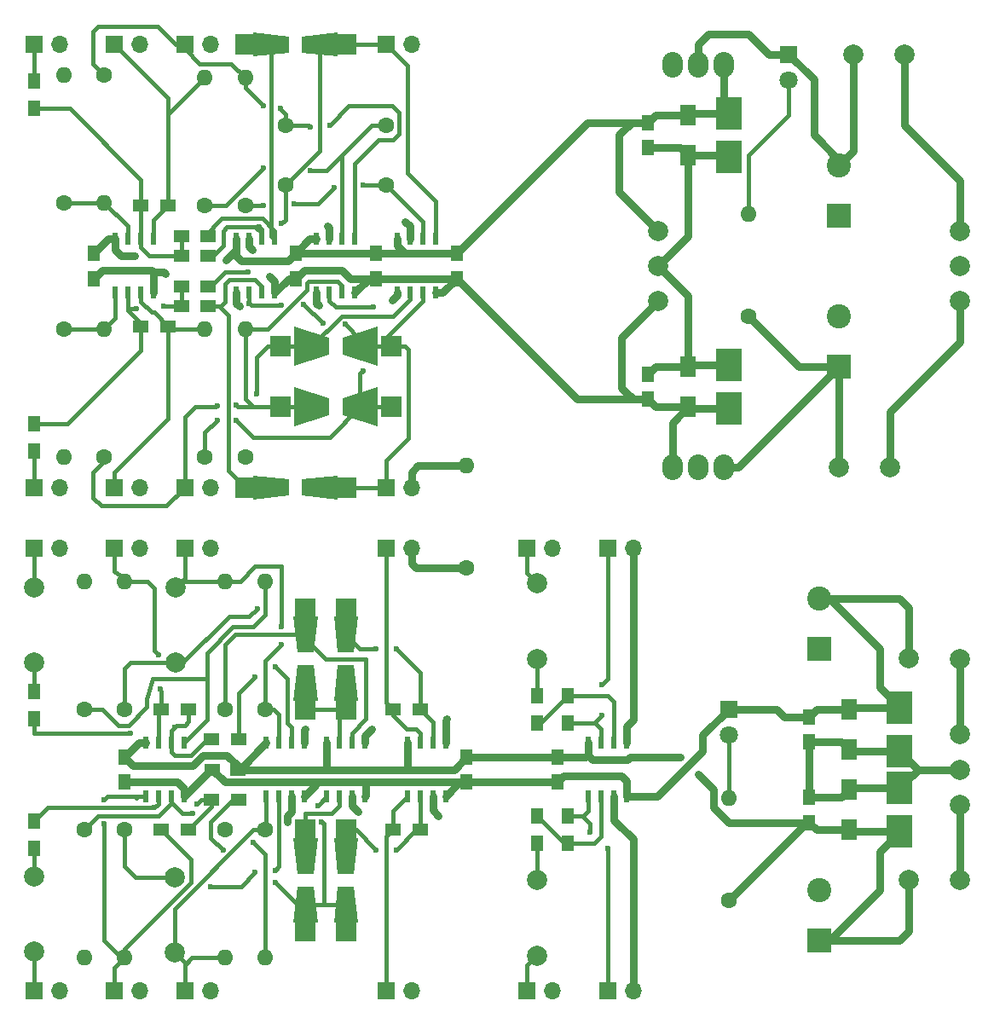
<source format=gtl>
G04 #@! TF.FileFunction,Copper,L1,Top,Signal*
%FSLAX46Y46*%
G04 Gerber Fmt 4.6, Leading zero omitted, Abs format (unit mm)*
G04 Created by KiCad (PCBNEW 4.0.7) date 03/05/18 22:52:48*
%MOMM*%
%LPD*%
G01*
G04 APERTURE LIST*
%ADD10C,0.100000*%
%ADD11R,0.508000X1.143000*%
%ADD12R,2.400000X2.400000*%
%ADD13C,2.400000*%
%ADD14R,2.500000X3.200000*%
%ADD15R,1.250000X1.500000*%
%ADD16R,1.600000X2.000000*%
%ADD17C,1.600000*%
%ADD18R,1.998980X1.998980*%
%ADD19R,1.700000X1.700000*%
%ADD20O,1.700000X1.700000*%
%ADD21C,1.998980*%
%ADD22O,1.600000X1.600000*%
%ADD23R,1.300000X1.500000*%
%ADD24R,1.500000X1.300000*%
%ADD25C,2.000000*%
%ADD26R,1.800000X1.800000*%
%ADD27C,1.800000*%
%ADD28R,1.500000X1.250000*%
%ADD29O,2.032000X2.540000*%
%ADD30C,0.600000*%
%ADD31C,0.800000*%
%ADD32C,0.400000*%
G04 APERTURE END LIST*
D10*
D11*
X123905000Y-123167000D03*
X123905000Y-117833000D03*
X122635000Y-123167000D03*
X121365000Y-123167000D03*
X120095000Y-123167000D03*
X122635000Y-117833000D03*
X121365000Y-117833000D03*
X120095000Y-117833000D03*
D12*
X178000000Y-187500000D03*
D13*
X178000000Y-182500000D03*
D12*
X178000000Y-158500000D03*
D13*
X178000000Y-153500000D03*
D14*
X186000000Y-176650000D03*
X186000000Y-172350000D03*
X186000000Y-168650000D03*
X186000000Y-164350000D03*
D15*
X177000000Y-175750000D03*
X177000000Y-173250000D03*
X177000000Y-167750000D03*
X177000000Y-165250000D03*
D16*
X181000000Y-176500000D03*
X181000000Y-172500000D03*
X181000000Y-168500000D03*
X181000000Y-164500000D03*
D17*
X125000000Y-106500000D03*
X135000000Y-106500000D03*
D10*
G36*
X125836940Y-136449450D02*
X125836940Y-132550550D01*
X129337060Y-133650370D01*
X129337060Y-135349630D01*
X125836940Y-136449450D01*
X125836940Y-136449450D01*
G37*
G36*
X134163060Y-132550550D02*
X134163060Y-136449450D01*
X130662940Y-135349630D01*
X130662940Y-133650370D01*
X134163060Y-132550550D01*
X134163060Y-132550550D01*
G37*
D18*
X124498360Y-134500000D03*
X135501640Y-134500000D03*
D17*
X125000000Y-112500000D03*
X135000000Y-112500000D03*
D10*
G36*
X134163060Y-126550550D02*
X134163060Y-130449450D01*
X130662940Y-129349630D01*
X130662940Y-127650370D01*
X134163060Y-126550550D01*
X134163060Y-126550550D01*
G37*
G36*
X125836940Y-130449450D02*
X125836940Y-126550550D01*
X129337060Y-127650370D01*
X129337060Y-129349630D01*
X125836940Y-130449450D01*
X125836940Y-130449450D01*
G37*
D18*
X135501640Y-128500000D03*
X124498360Y-128500000D03*
D19*
X100000000Y-192500000D03*
D20*
X102540000Y-192500000D03*
D19*
X100000000Y-148500000D03*
D20*
X102540000Y-148500000D03*
D19*
X108000000Y-192500000D03*
D20*
X110540000Y-192500000D03*
D19*
X108000000Y-148500000D03*
D20*
X110540000Y-148500000D03*
D21*
X192000000Y-170500000D03*
X192000000Y-174000120D03*
X192000000Y-166999880D03*
D19*
X115000000Y-192500000D03*
D20*
X117540000Y-192500000D03*
D19*
X115000000Y-148500000D03*
D20*
X117540000Y-148500000D03*
D19*
X135000000Y-192500000D03*
D20*
X137540000Y-192500000D03*
D19*
X135000000Y-148500000D03*
D20*
X137540000Y-148500000D03*
D19*
X100000000Y-98500000D03*
D20*
X102540000Y-98500000D03*
D19*
X100000000Y-142500000D03*
D20*
X102540000Y-142500000D03*
D19*
X108000000Y-98500000D03*
D20*
X110540000Y-98500000D03*
D19*
X108000000Y-142500000D03*
D20*
X110540000Y-142500000D03*
D19*
X115000000Y-98500000D03*
D20*
X117540000Y-98500000D03*
D19*
X115000000Y-142500000D03*
D20*
X117540000Y-142500000D03*
D19*
X135000000Y-98500000D03*
D20*
X137540000Y-98500000D03*
D19*
X135000000Y-142500000D03*
D20*
X137540000Y-142500000D03*
D17*
X105000000Y-176500000D03*
D22*
X105000000Y-189200000D03*
D23*
X100000000Y-175650000D03*
X100000000Y-178350000D03*
D17*
X105000000Y-164500000D03*
D22*
X105000000Y-151800000D03*
D23*
X100000000Y-165450000D03*
X100000000Y-162750000D03*
D17*
X123000000Y-176500000D03*
D22*
X123000000Y-189200000D03*
D24*
X112650000Y-176500000D03*
X115350000Y-176500000D03*
X120350000Y-173500000D03*
X117650000Y-173500000D03*
D17*
X123000000Y-164500000D03*
D22*
X123000000Y-151800000D03*
D24*
X112650000Y-164500000D03*
X115350000Y-164500000D03*
X120350000Y-167500000D03*
X117650000Y-167500000D03*
D17*
X109000000Y-176500000D03*
D22*
X109000000Y-189200000D03*
D17*
X109000000Y-164500000D03*
D22*
X109000000Y-151800000D03*
D17*
X119000000Y-176500000D03*
D22*
X119000000Y-189200000D03*
D17*
X119000000Y-164500000D03*
D22*
X119000000Y-151800000D03*
D10*
G36*
X129801120Y-177336940D02*
X132198880Y-177336940D01*
X131800100Y-180837060D01*
X130199900Y-180837060D01*
X129801120Y-177336940D01*
X129801120Y-177336940D01*
G37*
G36*
X132198880Y-185663060D02*
X129801120Y-185663060D01*
X130199900Y-182162940D01*
X131800100Y-182162940D01*
X132198880Y-185663060D01*
X132198880Y-185663060D01*
G37*
D18*
X131000000Y-176498740D03*
X131000000Y-186501260D03*
D10*
G36*
X129801120Y-155336940D02*
X132198880Y-155336940D01*
X131800100Y-158837060D01*
X130199900Y-158837060D01*
X129801120Y-155336940D01*
X129801120Y-155336940D01*
G37*
G36*
X132198880Y-163663060D02*
X129801120Y-163663060D01*
X130199900Y-160162940D01*
X131800100Y-160162940D01*
X132198880Y-163663060D01*
X132198880Y-163663060D01*
G37*
D18*
X131000000Y-154498740D03*
X131000000Y-164501260D03*
D24*
X135650000Y-176500000D03*
X138350000Y-176500000D03*
X135650000Y-164500000D03*
X138350000Y-164500000D03*
D17*
X103000000Y-114200000D03*
D22*
X103000000Y-101500000D03*
D23*
X100000000Y-104850000D03*
X100000000Y-102150000D03*
D17*
X103000000Y-126800000D03*
D22*
X103000000Y-139500000D03*
D23*
X100000000Y-136150000D03*
X100000000Y-138850000D03*
D17*
X107000000Y-101500000D03*
D22*
X107000000Y-114200000D03*
D24*
X113350000Y-114500000D03*
X110650000Y-114500000D03*
X117350000Y-119500000D03*
X114650000Y-119500000D03*
D17*
X107000000Y-139500000D03*
D22*
X107000000Y-126800000D03*
D24*
X113350000Y-126500000D03*
X110650000Y-126500000D03*
X117350000Y-122500000D03*
X114650000Y-122500000D03*
X117350000Y-117500000D03*
X114650000Y-117500000D03*
X117350000Y-124500000D03*
X114650000Y-124500000D03*
D17*
X117000000Y-114500000D03*
D22*
X117000000Y-101800000D03*
D17*
X117000000Y-139500000D03*
D22*
X117000000Y-126800000D03*
D10*
G36*
X130163060Y-97301120D02*
X130163060Y-99698880D01*
X126662940Y-99300100D01*
X126662940Y-97699900D01*
X130163060Y-97301120D01*
X130163060Y-97301120D01*
G37*
G36*
X121836940Y-99698880D02*
X121836940Y-97301120D01*
X125337060Y-97699900D01*
X125337060Y-99300100D01*
X121836940Y-99698880D01*
X121836940Y-99698880D01*
G37*
D18*
X131001260Y-98500000D03*
X120998740Y-98500000D03*
D10*
G36*
X130163060Y-141301120D02*
X130163060Y-143698880D01*
X126662940Y-143300100D01*
X126662940Y-141699900D01*
X130163060Y-141301120D01*
X130163060Y-141301120D01*
G37*
G36*
X121836940Y-143698880D02*
X121836940Y-141301120D01*
X125337060Y-141699900D01*
X125337060Y-143300100D01*
X121836940Y-143698880D01*
X121836940Y-143698880D01*
G37*
D18*
X131001260Y-142500000D03*
X120998740Y-142500000D03*
D17*
X121000000Y-114500000D03*
D22*
X121000000Y-101800000D03*
D17*
X121000000Y-139500000D03*
D22*
X121000000Y-126800000D03*
D11*
X111095000Y-167833000D03*
X111095000Y-173167000D03*
X112365000Y-167833000D03*
X113635000Y-167833000D03*
X114905000Y-167833000D03*
X112365000Y-173167000D03*
X113635000Y-173167000D03*
X114905000Y-173167000D03*
X123095000Y-167833000D03*
X123095000Y-173167000D03*
X124365000Y-167833000D03*
X125635000Y-167833000D03*
X126905000Y-167833000D03*
X124365000Y-173167000D03*
X125635000Y-173167000D03*
X126905000Y-173167000D03*
X129095000Y-167833000D03*
X129095000Y-173167000D03*
X130365000Y-167833000D03*
X131635000Y-167833000D03*
X132905000Y-167833000D03*
X130365000Y-173167000D03*
X131635000Y-173167000D03*
X132905000Y-173167000D03*
X137095000Y-167833000D03*
X137095000Y-173167000D03*
X138365000Y-167833000D03*
X139635000Y-167833000D03*
X140905000Y-167833000D03*
X138365000Y-173167000D03*
X139635000Y-173167000D03*
X140905000Y-173167000D03*
X111905000Y-123167000D03*
X111905000Y-117833000D03*
X110635000Y-123167000D03*
X109365000Y-123167000D03*
X108095000Y-123167000D03*
X110635000Y-117833000D03*
X109365000Y-117833000D03*
X108095000Y-117833000D03*
X131905000Y-123167000D03*
X131905000Y-117833000D03*
X130635000Y-123167000D03*
X129365000Y-123167000D03*
X128095000Y-123167000D03*
X130635000Y-117833000D03*
X129365000Y-117833000D03*
X128095000Y-117833000D03*
X139905000Y-123167000D03*
X139905000Y-117833000D03*
X138635000Y-123167000D03*
X137365000Y-123167000D03*
X136095000Y-123167000D03*
X138635000Y-117833000D03*
X137365000Y-117833000D03*
X136095000Y-117833000D03*
D12*
X180000000Y-130500000D03*
D13*
X180000000Y-125500000D03*
D12*
X180000000Y-115500000D03*
D13*
X180000000Y-110500000D03*
D14*
X169000000Y-134650000D03*
X169000000Y-130350000D03*
X169000000Y-109650000D03*
X169000000Y-105350000D03*
D15*
X161000000Y-133750000D03*
X161000000Y-131250000D03*
X161000000Y-108750000D03*
X161000000Y-106250000D03*
D16*
X165000000Y-134500000D03*
X165000000Y-130500000D03*
X165000000Y-109500000D03*
X165000000Y-105500000D03*
D21*
X192000000Y-120500000D03*
X192000000Y-124000120D03*
X192000000Y-116999880D03*
D25*
X185000000Y-140500000D03*
X179920000Y-140490000D03*
X186500000Y-99500000D03*
X181420000Y-99490000D03*
D26*
X175000000Y-99500000D03*
D27*
X175000000Y-102040000D03*
D17*
X171000000Y-125500000D03*
D22*
X171000000Y-115340000D03*
D15*
X152000000Y-169250000D03*
X152000000Y-171750000D03*
D28*
X120250000Y-170500000D03*
X117750000Y-170500000D03*
D15*
X109000000Y-169250000D03*
X109000000Y-171750000D03*
X143000000Y-169250000D03*
X143000000Y-171750000D03*
X126000000Y-121750000D03*
X126000000Y-119250000D03*
X142000000Y-121750000D03*
X142000000Y-119250000D03*
X134000000Y-121750000D03*
X134000000Y-119250000D03*
X106000000Y-121750000D03*
X106000000Y-119250000D03*
D25*
X100000000Y-181100000D03*
X100000000Y-188600000D03*
X100000000Y-159900000D03*
X100000000Y-152400000D03*
X114000000Y-188700000D03*
X114000000Y-181200000D03*
X114100000Y-152400000D03*
X114100000Y-159900000D03*
D10*
G36*
X128198880Y-185663060D02*
X125801120Y-185663060D01*
X126199900Y-182162940D01*
X127800100Y-182162940D01*
X128198880Y-185663060D01*
X128198880Y-185663060D01*
G37*
G36*
X125801120Y-177336940D02*
X128198880Y-177336940D01*
X127800100Y-180837060D01*
X126199900Y-180837060D01*
X125801120Y-177336940D01*
X125801120Y-177336940D01*
G37*
D18*
X127000000Y-186501260D03*
X127000000Y-176498740D03*
D10*
G36*
X128198880Y-163663060D02*
X125801120Y-163663060D01*
X126199900Y-160162940D01*
X127800100Y-160162940D01*
X128198880Y-163663060D01*
X128198880Y-163663060D01*
G37*
G36*
X125801120Y-155336940D02*
X128198880Y-155336940D01*
X127800100Y-158837060D01*
X126199900Y-158837060D01*
X125801120Y-155336940D01*
X125801120Y-155336940D01*
G37*
D18*
X127000000Y-164501260D03*
X127000000Y-154498740D03*
D25*
X150000000Y-181500000D03*
X150000000Y-189000000D03*
X150000000Y-159500000D03*
X150000000Y-152000000D03*
D19*
X149000000Y-192500000D03*
D20*
X151540000Y-192500000D03*
D19*
X149000000Y-148500000D03*
D20*
X151540000Y-148500000D03*
D19*
X157000000Y-192500000D03*
D20*
X159540000Y-192500000D03*
D19*
X157000000Y-148500000D03*
D20*
X159540000Y-148500000D03*
D23*
X150000000Y-175150000D03*
X150000000Y-177850000D03*
X150000000Y-165850000D03*
X150000000Y-163150000D03*
X153000000Y-175150000D03*
X153000000Y-177850000D03*
X153000000Y-165850000D03*
X153000000Y-163150000D03*
D11*
X155095000Y-167833000D03*
X155095000Y-173167000D03*
X156365000Y-167833000D03*
X157635000Y-167833000D03*
X158905000Y-167833000D03*
X156365000Y-173167000D03*
X157635000Y-173167000D03*
X158905000Y-173167000D03*
D26*
X169000000Y-164500000D03*
D27*
X169000000Y-167040000D03*
D25*
X192000000Y-181500000D03*
X186920000Y-181490000D03*
X192000000Y-159500000D03*
X186920000Y-159490000D03*
D17*
X169000000Y-183500000D03*
D22*
X169000000Y-173340000D03*
D21*
X162000000Y-120500000D03*
X162000000Y-116999880D03*
X162000000Y-124000120D03*
D29*
X166000000Y-140500000D03*
X163460000Y-140500000D03*
X168540000Y-140500000D03*
X166000000Y-100500000D03*
X168540000Y-100500000D03*
X163460000Y-100500000D03*
D17*
X143000000Y-150500000D03*
D22*
X143000000Y-140340000D03*
D30*
X166000000Y-171000000D03*
X164250000Y-169250000D03*
X158400000Y-176300000D03*
X159540000Y-165560000D03*
X141000000Y-165500000D03*
X177000000Y-170500000D03*
X125185002Y-175700000D03*
X127000000Y-166500000D03*
X133600000Y-166500000D03*
X132200000Y-174700000D03*
X140200000Y-175100000D03*
X120400000Y-124500000D03*
X121700000Y-118900000D03*
X129200000Y-116500000D03*
X128300000Y-124400000D03*
X136900000Y-116100000D03*
X135600000Y-123900000D03*
X117600000Y-182100000D03*
X122000000Y-180700000D03*
X124000000Y-180500000D03*
X124600000Y-158100000D03*
X124600000Y-156300000D03*
X122200000Y-154500000D03*
X124000000Y-160300000D03*
X118800000Y-178500000D03*
X124000000Y-181700000D03*
X128200000Y-174100000D03*
X128600000Y-175700000D03*
X122000000Y-161300000D03*
X107000000Y-175900000D03*
X107000000Y-173500000D03*
X112600000Y-162500000D03*
X112400000Y-159100000D03*
X115800000Y-174900000D03*
X121800000Y-177700000D03*
X112000000Y-174300000D03*
X116200000Y-173900000D03*
X114000000Y-166300000D03*
X109600000Y-166900000D03*
X136000000Y-178500000D03*
X134000000Y-178500000D03*
X136000000Y-158500000D03*
X134000000Y-158500000D03*
X110200000Y-124700000D03*
X112900000Y-124500000D03*
X113100000Y-121300000D03*
X123400000Y-121500000D03*
X119100000Y-119900000D03*
X110000000Y-119500000D03*
X122800000Y-104600000D03*
X124500000Y-104800000D03*
X127500000Y-106700000D03*
X129400000Y-106500000D03*
X122800000Y-110800000D03*
X127500000Y-111000000D03*
X118200000Y-134400000D03*
X120100000Y-134300000D03*
X120100000Y-135800000D03*
X118200000Y-135800000D03*
X132700000Y-130900000D03*
X133700000Y-124600000D03*
X124600000Y-116300000D03*
X122400000Y-116600000D03*
X122800000Y-114500000D03*
X125900000Y-114300000D03*
X129800000Y-112700000D03*
X132700000Y-112500000D03*
X130900000Y-126300000D03*
X128700000Y-126200000D03*
X126800000Y-124300000D03*
X124600000Y-124400000D03*
X121400000Y-124200000D03*
X121300000Y-121100000D03*
X122100000Y-133200000D03*
X157000000Y-178300000D03*
X155200000Y-176700000D03*
X156400000Y-162100000D03*
X156400000Y-165100000D03*
D31*
X155095000Y-167833000D02*
X155095000Y-169095000D01*
X169000000Y-175750000D02*
X177000000Y-175750000D01*
X167500000Y-174250000D02*
X169000000Y-175750000D01*
X167500000Y-172500000D02*
X167500000Y-174250000D01*
X166000000Y-171000000D02*
X167500000Y-172500000D01*
X159250000Y-169250000D02*
X164250000Y-169250000D01*
X159000000Y-169500000D02*
X159250000Y-169250000D01*
X155500000Y-169500000D02*
X159000000Y-169500000D01*
X155095000Y-169095000D02*
X155500000Y-169500000D01*
X178000000Y-187500000D02*
X179000000Y-187500000D01*
X179000000Y-187500000D02*
X184000000Y-182500000D01*
X184000000Y-178650000D02*
X186000000Y-176650000D01*
X184000000Y-182500000D02*
X184000000Y-178650000D01*
X186920000Y-181490000D02*
X186920000Y-186580000D01*
X186000000Y-187500000D02*
X178000000Y-187500000D01*
X186920000Y-186580000D02*
X186000000Y-187500000D01*
X186000000Y-176650000D02*
X181150000Y-176650000D01*
X181150000Y-176650000D02*
X181000000Y-176500000D01*
X181000000Y-176500000D02*
X177750000Y-176500000D01*
X177750000Y-176500000D02*
X177000000Y-175750000D01*
X177000000Y-175750000D02*
X176750000Y-175750000D01*
X176750000Y-175750000D02*
X169000000Y-183500000D01*
X152000000Y-169250000D02*
X143000000Y-169250000D01*
X155095000Y-167833000D02*
X155095000Y-169005000D01*
X154850000Y-169250000D02*
X152000000Y-169250000D01*
X155095000Y-169005000D02*
X154850000Y-169250000D01*
X120250000Y-170500000D02*
X120250000Y-170150000D01*
X120250000Y-170150000D02*
X119200000Y-169100000D01*
X109850000Y-170100000D02*
X109000000Y-169250000D01*
X115800000Y-170100000D02*
X109850000Y-170100000D01*
X116800000Y-169100000D02*
X115800000Y-170100000D01*
X119200000Y-169100000D02*
X116800000Y-169100000D01*
X137095000Y-167833000D02*
X137095000Y-170500000D01*
X137095000Y-170500000D02*
X137000000Y-170500000D01*
X129095000Y-167833000D02*
X129095000Y-170500000D01*
X129095000Y-170500000D02*
X129000000Y-170500000D01*
X120250000Y-170500000D02*
X129000000Y-170500000D01*
X129000000Y-170500000D02*
X137000000Y-170500000D01*
X137000000Y-170500000D02*
X141750000Y-170500000D01*
X141750000Y-170500000D02*
X143000000Y-169250000D01*
X120250000Y-170500000D02*
X120428000Y-170500000D01*
X120428000Y-170500000D02*
X123095000Y-167833000D01*
X111095000Y-167833000D02*
X110417000Y-167833000D01*
X110417000Y-167833000D02*
X109000000Y-169250000D01*
X143000000Y-140340000D02*
X138160000Y-140340000D01*
X137540000Y-140960000D02*
X137540000Y-142500000D01*
X138160000Y-140340000D02*
X137540000Y-140960000D01*
X137540000Y-148500000D02*
X137540000Y-150040000D01*
X138000000Y-150500000D02*
X143000000Y-150500000D01*
X137540000Y-150040000D02*
X138000000Y-150500000D01*
X157635000Y-173167000D02*
X157635000Y-175535000D01*
X157635000Y-175535000D02*
X158400000Y-176300000D01*
X158905000Y-167833000D02*
X158905000Y-166195000D01*
X158905000Y-166195000D02*
X159540000Y-165560000D01*
X140905000Y-167833000D02*
X140905000Y-165595000D01*
X140905000Y-165595000D02*
X141000000Y-165500000D01*
X159540000Y-165560000D02*
X159540000Y-148500000D01*
X158905000Y-166195000D02*
X159540000Y-165560000D01*
X159540000Y-177440000D02*
X159540000Y-192500000D01*
X157635000Y-175535000D02*
X159540000Y-177440000D01*
X177000000Y-167750000D02*
X177000000Y-170500000D01*
X177000000Y-173250000D02*
X177000000Y-167750000D01*
X186000000Y-168650000D02*
X181150000Y-168650000D01*
X181150000Y-168650000D02*
X181000000Y-168500000D01*
X186000000Y-172350000D02*
X181150000Y-172350000D01*
X181150000Y-172350000D02*
X181000000Y-172500000D01*
X192000000Y-170500000D02*
X187850000Y-170500000D01*
X187850000Y-170500000D02*
X186000000Y-172350000D01*
X187850000Y-170500000D02*
X186000000Y-168650000D01*
X177000000Y-167750000D02*
X180250000Y-167750000D01*
X180250000Y-167750000D02*
X181000000Y-168500000D01*
X177000000Y-173250000D02*
X180250000Y-173250000D01*
X180250000Y-173250000D02*
X181000000Y-172500000D01*
X125635000Y-173167000D02*
X125635000Y-174665000D01*
X125185002Y-175114998D02*
X125185002Y-175700000D01*
X125635000Y-174665000D02*
X125185002Y-175114998D01*
X126905000Y-167833000D02*
X126905000Y-166595000D01*
X126905000Y-166595000D02*
X127000000Y-166500000D01*
X132905000Y-167833000D02*
X132905000Y-167195000D01*
X132905000Y-167195000D02*
X133600000Y-166500000D01*
X131635000Y-173167000D02*
X131635000Y-174135000D01*
X131635000Y-174135000D02*
X132200000Y-174700000D01*
X139635000Y-173167000D02*
X139635000Y-174535000D01*
X139635000Y-174535000D02*
X140200000Y-175100000D01*
X120095000Y-123167000D02*
X120095000Y-124195000D01*
X120095000Y-124195000D02*
X120400000Y-124500000D01*
X121365000Y-117833000D02*
X121365000Y-118565000D01*
X121365000Y-118565000D02*
X121700000Y-118900000D01*
X129365000Y-117833000D02*
X129365000Y-116665000D01*
X129365000Y-116665000D02*
X129200000Y-116500000D01*
X128095000Y-123167000D02*
X128095000Y-124195000D01*
X128095000Y-124195000D02*
X128300000Y-124400000D01*
X137365000Y-117833000D02*
X137365000Y-116565000D01*
X137365000Y-116565000D02*
X136900000Y-116100000D01*
X136095000Y-123167000D02*
X136095000Y-123405000D01*
X136095000Y-123405000D02*
X135600000Y-123900000D01*
X169000000Y-130350000D02*
X165150000Y-130350000D01*
X165150000Y-130350000D02*
X165000000Y-130500000D01*
X165000000Y-130500000D02*
X161750000Y-130500000D01*
X161750000Y-130500000D02*
X161000000Y-131250000D01*
X165000000Y-130500000D02*
X165000000Y-123500000D01*
X165000000Y-123500000D02*
X162000000Y-120500000D01*
X165000000Y-109500000D02*
X165000000Y-117500000D01*
X165000000Y-117500000D02*
X162000000Y-120500000D01*
X165000000Y-109500000D02*
X168850000Y-109500000D01*
X168850000Y-109500000D02*
X169000000Y-109650000D01*
X161000000Y-108750000D02*
X164250000Y-108750000D01*
X164250000Y-108750000D02*
X165000000Y-109500000D01*
X186920000Y-159490000D02*
X186920000Y-154420000D01*
X186000000Y-153500000D02*
X178000000Y-153500000D01*
X186920000Y-154420000D02*
X186000000Y-153500000D01*
X178000000Y-153500000D02*
X179000000Y-153500000D01*
X179000000Y-153500000D02*
X184000000Y-158500000D01*
X184000000Y-162350000D02*
X186000000Y-164350000D01*
X184000000Y-158500000D02*
X184000000Y-162350000D01*
X128000000Y-171750000D02*
X128000000Y-172072000D01*
X128000000Y-172072000D02*
X126905000Y-173167000D01*
X177000000Y-165250000D02*
X174550000Y-165250000D01*
X173800000Y-164500000D02*
X169000000Y-164500000D01*
X174550000Y-165250000D02*
X173800000Y-164500000D01*
X181000000Y-164500000D02*
X177750000Y-164500000D01*
X177750000Y-164500000D02*
X177000000Y-165250000D01*
X186000000Y-164350000D02*
X181150000Y-164350000D01*
X181150000Y-164350000D02*
X181000000Y-164500000D01*
X158905000Y-173167000D02*
X161933000Y-173167000D01*
X161933000Y-173167000D02*
X166400000Y-168700000D01*
X166400000Y-168700000D02*
X166400000Y-167100000D01*
X166400000Y-167100000D02*
X169000000Y-164500000D01*
X152000000Y-171750000D02*
X143000000Y-171750000D01*
X158905000Y-173167000D02*
X158905000Y-171605000D01*
X152650000Y-171100000D02*
X152000000Y-171750000D01*
X158400000Y-171100000D02*
X152650000Y-171100000D01*
X158905000Y-171605000D02*
X158400000Y-171100000D01*
X143000000Y-171750000D02*
X142322000Y-171750000D01*
X142322000Y-171750000D02*
X140905000Y-173167000D01*
X133000000Y-171750000D02*
X133000000Y-173072000D01*
X133000000Y-173072000D02*
X132905000Y-173167000D01*
X143000000Y-171750000D02*
X133000000Y-171750000D01*
X133000000Y-171750000D02*
X128000000Y-171750000D01*
X128000000Y-171750000D02*
X119000000Y-171750000D01*
X119000000Y-171750000D02*
X117750000Y-170500000D01*
X117750000Y-170500000D02*
X117572000Y-170500000D01*
X117572000Y-170500000D02*
X114905000Y-173167000D01*
X114905000Y-173167000D02*
X114905000Y-172405000D01*
X114250000Y-171750000D02*
X109000000Y-171750000D01*
X114905000Y-172405000D02*
X114250000Y-171750000D01*
D32*
X115000000Y-192500000D02*
X115000000Y-189900000D01*
X115700000Y-189200000D02*
X119000000Y-189200000D01*
X115000000Y-189900000D02*
X115700000Y-189200000D01*
X115000000Y-192500000D02*
X115000000Y-189700000D01*
X115000000Y-189700000D02*
X114000000Y-188700000D01*
X123000000Y-176500000D02*
X121800000Y-176500000D01*
X114000000Y-184300000D02*
X114000000Y-188700000D01*
X121800000Y-176500000D02*
X114000000Y-184300000D01*
X123095000Y-173167000D02*
X123095000Y-176405000D01*
X123095000Y-176405000D02*
X123000000Y-176500000D01*
X124365000Y-173167000D02*
X124365000Y-180135000D01*
X120600000Y-182100000D02*
X117600000Y-182100000D01*
X122000000Y-180700000D02*
X120600000Y-182100000D01*
X124365000Y-180135000D02*
X124000000Y-180500000D01*
X109000000Y-176500000D02*
X109000000Y-180100000D01*
X110100000Y-181200000D02*
X114000000Y-181200000D01*
X109000000Y-180100000D02*
X110100000Y-181200000D01*
X123000000Y-164500000D02*
X123800000Y-164500000D01*
X123800000Y-164500000D02*
X124365000Y-165065000D01*
X124365000Y-165065000D02*
X124365000Y-167833000D01*
X119000000Y-151800000D02*
X120500000Y-151800000D01*
X123000000Y-159700000D02*
X123000000Y-164500000D01*
X124600000Y-158100000D02*
X123000000Y-159700000D01*
X124600000Y-150300000D02*
X124600000Y-156300000D01*
X122000000Y-150300000D02*
X124600000Y-150300000D01*
X120500000Y-151800000D02*
X122000000Y-150300000D01*
X115000000Y-148500000D02*
X115000000Y-151500000D01*
X115000000Y-151500000D02*
X114100000Y-152400000D01*
X119000000Y-151800000D02*
X114700000Y-151800000D01*
X114700000Y-151800000D02*
X114100000Y-152400000D01*
X119400000Y-155300000D02*
X114800000Y-159900000D01*
X121400000Y-155300000D02*
X119400000Y-155300000D01*
X122200000Y-154500000D02*
X121400000Y-155300000D01*
X114800000Y-159900000D02*
X114100000Y-159900000D01*
X125635000Y-167833000D02*
X125635000Y-166335000D01*
X125635000Y-166335000D02*
X125200000Y-165900000D01*
X125200000Y-165900000D02*
X125200000Y-161500000D01*
X125200000Y-161500000D02*
X124000000Y-160300000D01*
X109000000Y-164500000D02*
X109000000Y-160500000D01*
X109600000Y-159900000D02*
X114100000Y-159900000D01*
X109000000Y-160500000D02*
X109600000Y-159900000D01*
X120350000Y-173500000D02*
X119800000Y-173500000D01*
X119800000Y-173500000D02*
X117600000Y-175700000D01*
X117600000Y-175700000D02*
X117600000Y-177300000D01*
X117600000Y-177300000D02*
X118800000Y-178500000D01*
X124000000Y-181700000D02*
X126213000Y-183913000D01*
X126213000Y-183913000D02*
X127000000Y-183913000D01*
X129095000Y-173167000D02*
X129095000Y-173205000D01*
X129095000Y-173205000D02*
X128200000Y-174100000D01*
X128600000Y-175700000D02*
X128800000Y-175900000D01*
X128800000Y-175900000D02*
X128800000Y-183913000D01*
X131000000Y-186501260D02*
X131000000Y-183300000D01*
X127000000Y-186501260D02*
X127000000Y-183913000D01*
X131000000Y-186501260D02*
X131000000Y-183913000D01*
X131000000Y-183913000D02*
X128800000Y-183913000D01*
X128800000Y-183913000D02*
X127000000Y-183913000D01*
X127000000Y-179087000D02*
X127000000Y-176498740D01*
X130365000Y-173167000D02*
X130365000Y-174135000D01*
X127000000Y-174900000D02*
X127000000Y-176898740D01*
X129600000Y-174900000D02*
X127000000Y-174900000D01*
X130365000Y-174135000D02*
X129600000Y-174900000D01*
X120350000Y-162950000D02*
X120350000Y-167500000D01*
X122000000Y-161300000D02*
X120350000Y-162950000D01*
X131000000Y-161913000D02*
X131000000Y-164501260D01*
X131000000Y-164501260D02*
X127000000Y-164501260D01*
X127000000Y-164501260D02*
X127000000Y-161913000D01*
X127000000Y-164501260D02*
X131000000Y-164501260D01*
X130365000Y-167833000D02*
X130365000Y-165136260D01*
X130365000Y-165136260D02*
X131000000Y-164501260D01*
X127000000Y-157087000D02*
X120013000Y-157087000D01*
X119000000Y-158100000D02*
X119000000Y-164500000D01*
X120013000Y-157087000D02*
X119000000Y-158100000D01*
X127000000Y-154498740D02*
X127000000Y-157087000D01*
X131635000Y-167833000D02*
X131635000Y-166865000D01*
X129000000Y-159500000D02*
X127000000Y-157500000D01*
X133000000Y-159500000D02*
X129000000Y-159500000D01*
X133000000Y-165500000D02*
X133000000Y-159500000D01*
X131635000Y-166865000D02*
X133000000Y-165500000D01*
X127000000Y-157500000D02*
X127000000Y-157087000D01*
D31*
X168540000Y-140500000D02*
X170000000Y-140500000D01*
X170000000Y-140500000D02*
X180000000Y-130500000D01*
X179920000Y-140490000D02*
X179920000Y-130580000D01*
X179920000Y-130580000D02*
X180000000Y-130500000D01*
X180000000Y-130500000D02*
X176000000Y-130500000D01*
X176000000Y-130500000D02*
X171000000Y-125500000D01*
X180000000Y-110500000D02*
X180000000Y-110000000D01*
X180000000Y-110000000D02*
X177500000Y-107500000D01*
X177500000Y-102000000D02*
X175000000Y-99500000D01*
X177500000Y-107500000D02*
X177500000Y-102000000D01*
X181420000Y-99490000D02*
X181420000Y-109080000D01*
X181420000Y-109080000D02*
X180000000Y-110500000D01*
X175000000Y-99500000D02*
X173000000Y-99500000D01*
X166000000Y-98500000D02*
X166000000Y-100500000D01*
X167000000Y-97500000D02*
X166000000Y-98500000D01*
X171000000Y-97500000D02*
X167000000Y-97500000D01*
X173000000Y-99500000D02*
X171000000Y-97500000D01*
D32*
X111095000Y-173167000D02*
X107333000Y-173167000D01*
X107000000Y-187500000D02*
X108700000Y-189200000D01*
X107000000Y-175900000D02*
X107000000Y-187500000D01*
X107333000Y-173167000D02*
X107000000Y-173500000D01*
X108700000Y-189200000D02*
X109000000Y-189200000D01*
X111095000Y-173167000D02*
X110333000Y-173167000D01*
X110333000Y-173167000D02*
X110200000Y-173300000D01*
X109000000Y-189200000D02*
X109000000Y-188300000D01*
X115600000Y-179450000D02*
X112650000Y-176500000D01*
X115600000Y-181700000D02*
X115600000Y-179450000D01*
X109000000Y-188300000D02*
X115600000Y-181700000D01*
X108000000Y-192500000D02*
X108000000Y-190200000D01*
X108000000Y-190200000D02*
X109000000Y-189200000D01*
X111300000Y-151800000D02*
X109000000Y-151800000D01*
X112000000Y-152500000D02*
X111300000Y-151800000D01*
X112000000Y-158700000D02*
X112000000Y-152500000D01*
X112400000Y-159100000D02*
X112000000Y-158700000D01*
X112650000Y-164500000D02*
X112650000Y-162750000D01*
X112650000Y-162750000D02*
X112600000Y-162500000D01*
X108916364Y-151754546D02*
X109151021Y-151651021D01*
X109151021Y-151651021D02*
X108000000Y-150800000D01*
X108000000Y-150800000D02*
X108000000Y-148500000D01*
X112365000Y-167833000D02*
X112365000Y-164785000D01*
X112365000Y-164785000D02*
X112650000Y-164500000D01*
X135650000Y-176500000D02*
X135650000Y-174612000D01*
X135650000Y-174612000D02*
X137095000Y-173167000D01*
X135000000Y-192500000D02*
X135000000Y-177150000D01*
X135000000Y-177150000D02*
X135650000Y-176500000D01*
X135650000Y-164500000D02*
X135650000Y-165150000D01*
X135650000Y-165150000D02*
X137000000Y-166500000D01*
X138365000Y-166865000D02*
X138365000Y-167833000D01*
X138000000Y-166500000D02*
X138365000Y-166865000D01*
X137000000Y-166500000D02*
X138000000Y-166500000D01*
X135000000Y-148500000D02*
X135000000Y-163850000D01*
X135000000Y-163850000D02*
X135650000Y-164500000D01*
X100000000Y-98500000D02*
X100000000Y-102150000D01*
X100000000Y-142500000D02*
X100000000Y-138850000D01*
X113350000Y-114500000D02*
X113350000Y-103850000D01*
X113350000Y-103850000D02*
X108000000Y-98500000D01*
X113350000Y-114500000D02*
X113350000Y-105450000D01*
X113350000Y-105450000D02*
X117000000Y-101800000D01*
X111905000Y-117833000D02*
X111905000Y-115945000D01*
X111905000Y-115945000D02*
X113350000Y-114500000D01*
X108000000Y-142500000D02*
X108000000Y-141000000D01*
X113350000Y-135650000D02*
X113350000Y-126500000D01*
X108000000Y-141000000D02*
X113350000Y-135650000D01*
X117000000Y-126800000D02*
X113650000Y-126800000D01*
X113650000Y-126800000D02*
X113350000Y-126500000D01*
X110635000Y-123167000D02*
X110635000Y-124035000D01*
X111950000Y-125100000D02*
X113350000Y-126500000D01*
X111700000Y-125100000D02*
X111950000Y-125100000D01*
X110635000Y-124035000D02*
X111700000Y-125100000D01*
X123000000Y-189200000D02*
X123000000Y-178900000D01*
X114800000Y-174900000D02*
X113635000Y-173735000D01*
X115800000Y-174900000D02*
X114800000Y-174900000D01*
X123000000Y-178900000D02*
X121800000Y-177700000D01*
X113635000Y-173735000D02*
X113635000Y-173167000D01*
X113635000Y-173167000D02*
X113635000Y-173865000D01*
X106400000Y-175100000D02*
X105000000Y-176500000D01*
X112400000Y-175100000D02*
X106400000Y-175100000D01*
X113635000Y-173865000D02*
X112400000Y-175100000D01*
X112365000Y-173167000D02*
X112365000Y-173935000D01*
X112365000Y-173935000D02*
X112000000Y-174300000D01*
X112000000Y-174300000D02*
X101350000Y-174300000D01*
X101350000Y-174300000D02*
X100000000Y-175650000D01*
X117650000Y-173500000D02*
X116600000Y-173500000D01*
X112000000Y-174300000D02*
X112365000Y-173935000D01*
X116600000Y-173500000D02*
X116200000Y-173900000D01*
X117650000Y-173500000D02*
X117650000Y-174200000D01*
X117650000Y-174200000D02*
X115350000Y-176500000D01*
X105000000Y-164500000D02*
X106800000Y-164500000D01*
X111800000Y-161500000D02*
X117200000Y-161500000D01*
X111200000Y-163500000D02*
X111800000Y-161500000D01*
X111200000Y-164300000D02*
X111200000Y-163500000D01*
X109400000Y-166100000D02*
X111200000Y-164300000D01*
X108400000Y-166100000D02*
X109400000Y-166100000D01*
X106800000Y-164500000D02*
X108400000Y-166100000D01*
X123000000Y-151800000D02*
X123000000Y-155100000D01*
X117200000Y-165538000D02*
X114905000Y-167833000D01*
X117200000Y-158900000D02*
X117200000Y-161500000D01*
X117200000Y-161500000D02*
X117200000Y-165538000D01*
X119800000Y-156300000D02*
X117200000Y-158900000D01*
X121800000Y-156300000D02*
X119800000Y-156300000D01*
X123000000Y-155100000D02*
X121800000Y-156300000D01*
X100000000Y-165450000D02*
X100000000Y-166900000D01*
X100000000Y-166900000D02*
X109600000Y-166900000D01*
X117650000Y-167500000D02*
X117200000Y-167500000D01*
X117200000Y-167500000D02*
X115600000Y-169100000D01*
X115600000Y-169100000D02*
X114000000Y-169100000D01*
X114000000Y-169100000D02*
X113635000Y-168735000D01*
X113635000Y-168735000D02*
X113635000Y-167833000D01*
X115350000Y-164500000D02*
X115350000Y-165750000D01*
X113635000Y-166665000D02*
X113635000Y-167833000D01*
X114200000Y-166100000D02*
X114000000Y-166300000D01*
X114000000Y-166300000D02*
X113635000Y-166665000D01*
X115000000Y-166100000D02*
X114200000Y-166100000D01*
X115350000Y-165750000D02*
X115000000Y-166100000D01*
X131000000Y-176498740D02*
X131998740Y-176498740D01*
X131998740Y-176498740D02*
X134000000Y-178500000D01*
X136000000Y-178500000D02*
X138000000Y-176500000D01*
X138000000Y-176500000D02*
X138350000Y-176500000D01*
X131000000Y-179087000D02*
X131000000Y-176498740D01*
X138365000Y-173167000D02*
X138365000Y-176485000D01*
X138365000Y-176485000D02*
X138350000Y-176500000D01*
X131000000Y-154498740D02*
X131000000Y-157087000D01*
X131000000Y-157087000D02*
X132413000Y-158500000D01*
X138350000Y-160850000D02*
X138350000Y-164500000D01*
X136000000Y-158500000D02*
X138350000Y-160850000D01*
X132413000Y-158500000D02*
X134000000Y-158500000D01*
X139635000Y-167833000D02*
X139635000Y-165785000D01*
X139635000Y-165785000D02*
X138350000Y-164500000D01*
X107000000Y-114200000D02*
X103000000Y-114200000D01*
X109365000Y-117833000D02*
X109365000Y-116565000D01*
X109365000Y-116565000D02*
X107000000Y-114200000D01*
X114650000Y-119500000D02*
X111500000Y-119500000D01*
X110635000Y-118635000D02*
X110635000Y-117833000D01*
X111500000Y-119500000D02*
X110635000Y-118635000D01*
X114650000Y-117500000D02*
X114650000Y-119500000D01*
X110650000Y-114500000D02*
X110650000Y-117818000D01*
X110650000Y-117818000D02*
X110635000Y-117833000D01*
X100000000Y-104850000D02*
X103550000Y-104850000D01*
X110650000Y-111950000D02*
X110650000Y-114500000D01*
X103550000Y-104850000D02*
X110650000Y-111950000D01*
X103000000Y-126800000D02*
X107000000Y-126800000D01*
X108095000Y-123167000D02*
X108095000Y-125705000D01*
X108095000Y-125705000D02*
X107000000Y-126800000D01*
X114650000Y-124500000D02*
X112900000Y-124500000D01*
X110200000Y-124700000D02*
X109365000Y-124700000D01*
X109365000Y-124700000D02*
X109500000Y-124700000D01*
X109500000Y-124700000D02*
X109365000Y-124700000D01*
X114650000Y-122500000D02*
X114650000Y-124500000D01*
X110650000Y-126500000D02*
X110650000Y-126150000D01*
X110650000Y-126150000D02*
X109365000Y-124865000D01*
X109365000Y-124865000D02*
X109365000Y-124700000D01*
X109365000Y-124700000D02*
X109365000Y-123167000D01*
X100000000Y-136150000D02*
X103350000Y-136150000D01*
X110650000Y-128850000D02*
X110650000Y-126500000D01*
X103350000Y-136150000D02*
X110650000Y-128850000D01*
X117350000Y-117500000D02*
X117000000Y-117500000D01*
X117000000Y-117500000D02*
X118700000Y-115800000D01*
X118700000Y-115800000D02*
X122700000Y-115800000D01*
X122700000Y-115800000D02*
X123905000Y-117005000D01*
X123905000Y-117005000D02*
X123905000Y-117833000D01*
X123587000Y-98500000D02*
X123587000Y-117515000D01*
X123587000Y-117515000D02*
X123905000Y-117833000D01*
X120998740Y-98500000D02*
X123587000Y-98500000D01*
X120998740Y-142500000D02*
X123587000Y-142500000D01*
X117350000Y-124500000D02*
X118400000Y-124500000D01*
X119300000Y-140801260D02*
X120998740Y-142500000D01*
X119300000Y-125400000D02*
X119300000Y-140801260D01*
X118400000Y-124500000D02*
X119300000Y-125400000D01*
X122635000Y-123167000D02*
X122635000Y-122535000D01*
X118600000Y-124500000D02*
X117350000Y-124500000D01*
X119000000Y-124100000D02*
X118600000Y-124500000D01*
X119000000Y-122300000D02*
X119000000Y-124100000D01*
X119400000Y-121900000D02*
X119000000Y-122300000D01*
X122000000Y-121900000D02*
X119400000Y-121900000D01*
X122635000Y-122535000D02*
X122000000Y-121900000D01*
D31*
X123905000Y-123167000D02*
X123905000Y-122005000D01*
X112905000Y-121105000D02*
X111905000Y-121105000D01*
X113100000Y-121300000D02*
X112905000Y-121105000D01*
X123905000Y-122005000D02*
X123400000Y-121500000D01*
X161000000Y-133750000D02*
X154000000Y-133750000D01*
X154000000Y-133750000D02*
X142000000Y-121750000D01*
X161000000Y-133750000D02*
X159550000Y-133750000D01*
X158400000Y-127600120D02*
X162000000Y-124000120D01*
X158400000Y-132600000D02*
X158400000Y-127600120D01*
X159550000Y-133750000D02*
X158400000Y-132600000D01*
X111905000Y-123167000D02*
X111905000Y-121105000D01*
X106850000Y-120900000D02*
X106000000Y-121750000D01*
X111905000Y-121105000D02*
X111700000Y-120900000D01*
X111700000Y-120900000D02*
X106850000Y-120900000D01*
X126000000Y-121750000D02*
X125322000Y-121750000D01*
X125322000Y-121750000D02*
X123905000Y-123167000D01*
X134000000Y-121750000D02*
X131450000Y-121750000D01*
X126850000Y-120900000D02*
X126000000Y-121750000D01*
X130600000Y-120900000D02*
X126850000Y-120900000D01*
X131450000Y-121750000D02*
X130600000Y-120900000D01*
X134000000Y-121750000D02*
X133322000Y-121750000D01*
X133322000Y-121750000D02*
X131905000Y-123167000D01*
X134000000Y-121750000D02*
X142000000Y-121750000D01*
X139905000Y-123167000D02*
X140583000Y-123167000D01*
X140583000Y-123167000D02*
X142000000Y-121750000D01*
X163460000Y-140500000D02*
X163460000Y-136040000D01*
X163460000Y-136040000D02*
X165000000Y-134500000D01*
X165000000Y-134500000D02*
X161750000Y-134500000D01*
X161750000Y-134500000D02*
X161000000Y-133750000D01*
X169000000Y-134650000D02*
X165150000Y-134650000D01*
X165150000Y-134650000D02*
X165000000Y-134500000D01*
X108095000Y-117833000D02*
X108095000Y-118895000D01*
X120095000Y-118905000D02*
X120095000Y-117833000D01*
X119100000Y-119900000D02*
X120095000Y-118905000D01*
X108700000Y-119500000D02*
X110000000Y-119500000D01*
X108095000Y-118895000D02*
X108700000Y-119500000D01*
X161000000Y-106250000D02*
X155000000Y-106250000D01*
X155000000Y-106250000D02*
X142000000Y-119250000D01*
X161000000Y-106250000D02*
X159350000Y-106250000D01*
X158100000Y-113099880D02*
X162000000Y-116999880D01*
X158100000Y-107500000D02*
X158100000Y-113099880D01*
X159350000Y-106250000D02*
X158100000Y-107500000D01*
X120095000Y-117833000D02*
X120095000Y-119495000D01*
X120095000Y-119495000D02*
X120600000Y-120000000D01*
X120600000Y-120000000D02*
X125250000Y-120000000D01*
X125250000Y-120000000D02*
X126000000Y-119250000D01*
X128095000Y-117833000D02*
X127417000Y-117833000D01*
X127417000Y-117833000D02*
X126000000Y-119250000D01*
X134000000Y-119250000D02*
X126000000Y-119250000D01*
X142000000Y-119250000D02*
X134000000Y-119250000D01*
X136095000Y-117833000D02*
X136095000Y-118495000D01*
X136095000Y-118495000D02*
X136850000Y-119250000D01*
X136850000Y-119250000D02*
X142000000Y-119250000D01*
X108095000Y-117833000D02*
X107417000Y-117833000D01*
X107417000Y-117833000D02*
X106000000Y-119250000D01*
X165000000Y-105500000D02*
X161750000Y-105500000D01*
X161750000Y-105500000D02*
X161000000Y-106250000D01*
X169000000Y-105350000D02*
X165150000Y-105350000D01*
X165150000Y-105350000D02*
X165000000Y-105500000D01*
X168540000Y-100500000D02*
X168540000Y-104890000D01*
X168540000Y-104890000D02*
X169000000Y-105350000D01*
X192000000Y-124000120D02*
X192000000Y-128000000D01*
X185000000Y-135000000D02*
X185000000Y-140500000D01*
X192000000Y-128000000D02*
X185000000Y-135000000D01*
X192000000Y-116999880D02*
X192000000Y-112000000D01*
X186500000Y-106500000D02*
X186500000Y-99500000D01*
X192000000Y-112000000D02*
X186500000Y-106500000D01*
D32*
X175000000Y-102040000D02*
X175000000Y-105500000D01*
X171000000Y-109500000D02*
X171000000Y-115340000D01*
X175000000Y-105500000D02*
X171000000Y-109500000D01*
X125000000Y-106500000D02*
X125000000Y-105400000D01*
X121000000Y-102800000D02*
X121000000Y-101800000D01*
X122800000Y-104600000D02*
X121000000Y-102800000D01*
X124500000Y-104900000D02*
X124500000Y-104800000D01*
X125000000Y-105400000D02*
X124500000Y-104900000D01*
X131905000Y-117833000D02*
X131905000Y-110305000D01*
X127300000Y-106500000D02*
X125000000Y-106500000D01*
X127500000Y-106700000D02*
X127300000Y-106500000D01*
X131300000Y-104600000D02*
X129400000Y-106500000D01*
X135600000Y-104600000D02*
X131300000Y-104600000D01*
X136300000Y-105300000D02*
X135600000Y-104600000D01*
X136300000Y-107400000D02*
X136300000Y-105300000D01*
X135700000Y-108000000D02*
X136300000Y-107400000D01*
X134210000Y-108000000D02*
X135700000Y-108000000D01*
X131905000Y-110305000D02*
X134210000Y-108000000D01*
X115000000Y-98500000D02*
X115000000Y-98900000D01*
X115000000Y-98900000D02*
X116500000Y-100400000D01*
X116500000Y-100400000D02*
X119600000Y-100400000D01*
X119600000Y-100400000D02*
X121000000Y-101800000D01*
X115000000Y-98500000D02*
X114100000Y-98500000D01*
X105900000Y-100400000D02*
X107000000Y-101500000D01*
X105900000Y-97200000D02*
X105900000Y-100400000D01*
X106400000Y-96700000D02*
X105900000Y-97200000D01*
X112300000Y-96700000D02*
X106400000Y-96700000D01*
X114100000Y-98500000D02*
X112300000Y-96700000D01*
X135000000Y-106500000D02*
X133600000Y-106500000D01*
X133600000Y-106500000D02*
X129100000Y-111000000D01*
X119100000Y-114500000D02*
X117000000Y-114500000D01*
X122800000Y-110800000D02*
X119100000Y-114500000D01*
X129100000Y-111000000D02*
X127500000Y-111000000D01*
X130635000Y-109465000D02*
X130635000Y-117833000D01*
X133600000Y-106500000D02*
X130635000Y-109465000D01*
X124998740Y-134500000D02*
X120300000Y-134500000D01*
X115000000Y-135500000D02*
X115000000Y-142500000D01*
X116000000Y-134500000D02*
X115000000Y-135500000D01*
X118100000Y-134500000D02*
X116000000Y-134500000D01*
X118200000Y-134400000D02*
X118100000Y-134500000D01*
X120300000Y-134500000D02*
X120100000Y-134300000D01*
X107000000Y-139500000D02*
X107000000Y-139900000D01*
X107000000Y-139900000D02*
X105900000Y-141000000D01*
X113200000Y-144300000D02*
X115000000Y-142500000D01*
X106700000Y-144300000D02*
X113200000Y-144300000D01*
X105900000Y-143500000D02*
X106700000Y-144300000D01*
X105900000Y-141000000D02*
X105900000Y-143500000D01*
X124998740Y-134500000D02*
X127587000Y-134500000D01*
X121000000Y-126800000D02*
X121000000Y-133700000D01*
X121800000Y-134500000D02*
X124998740Y-134500000D01*
X121000000Y-133700000D02*
X121800000Y-134500000D01*
X130635000Y-123167000D02*
X130635000Y-122435000D01*
X123200000Y-126800000D02*
X121000000Y-126800000D01*
X127100000Y-122900000D02*
X123200000Y-126800000D01*
X127100000Y-122200000D02*
X127100000Y-122900000D01*
X127300000Y-122000000D02*
X127100000Y-122200000D01*
X130200000Y-122000000D02*
X127300000Y-122000000D01*
X130635000Y-122435000D02*
X130200000Y-122000000D01*
X117000000Y-139500000D02*
X117000000Y-137000000D01*
X129413000Y-137500000D02*
X132413000Y-134500000D01*
X121800000Y-137500000D02*
X129413000Y-137500000D01*
X120100000Y-135800000D02*
X121800000Y-137500000D01*
X117000000Y-137000000D02*
X118200000Y-135800000D01*
X129365000Y-123167000D02*
X129365000Y-123965000D01*
X132413000Y-131187000D02*
X132413000Y-134500000D01*
X132700000Y-130900000D02*
X132413000Y-131187000D01*
X130000000Y-124600000D02*
X133700000Y-124600000D01*
X129365000Y-123965000D02*
X130000000Y-124600000D01*
X135001260Y-134500000D02*
X132413000Y-134500000D01*
X139905000Y-117833000D02*
X139905000Y-114105000D01*
X137100000Y-100600000D02*
X135000000Y-98500000D01*
X137100000Y-111300000D02*
X137100000Y-100600000D01*
X139905000Y-114105000D02*
X137100000Y-111300000D01*
X135000000Y-98500000D02*
X131001260Y-98500000D01*
X122635000Y-117833000D02*
X122635000Y-116835000D01*
X125000000Y-115900000D02*
X125000000Y-112500000D01*
X124600000Y-116300000D02*
X125000000Y-115900000D01*
X122635000Y-116835000D02*
X122400000Y-116600000D01*
X117350000Y-119500000D02*
X117800000Y-119500000D01*
X117800000Y-119500000D02*
X118800000Y-118500000D01*
X118800000Y-118500000D02*
X118800000Y-117000000D01*
X118800000Y-117000000D02*
X119200000Y-116600000D01*
X119200000Y-116600000D02*
X122000000Y-116600000D01*
X122000000Y-116600000D02*
X122635000Y-117235000D01*
X122635000Y-117235000D02*
X122635000Y-117833000D01*
X128413000Y-98500000D02*
X128413000Y-109087000D01*
X128413000Y-109087000D02*
X125000000Y-112500000D01*
X131001260Y-98500000D02*
X128413000Y-98500000D01*
X135000000Y-112500000D02*
X132700000Y-112500000D01*
X122800000Y-114500000D02*
X121000000Y-114500000D01*
X128200000Y-114300000D02*
X125900000Y-114300000D01*
X129800000Y-112700000D02*
X128200000Y-114300000D01*
X138635000Y-117833000D02*
X138635000Y-116135000D01*
X138635000Y-116135000D02*
X135000000Y-112500000D01*
X121365000Y-123167000D02*
X121365000Y-124165000D01*
X121365000Y-124165000D02*
X121600000Y-124400000D01*
X130900000Y-126300000D02*
X132413000Y-127813000D01*
X126800000Y-124300000D02*
X128700000Y-126200000D01*
X121600000Y-124400000D02*
X124600000Y-124400000D01*
X132413000Y-127813000D02*
X132413000Y-128500000D01*
X117350000Y-122500000D02*
X117600000Y-122500000D01*
X117600000Y-122500000D02*
X119000000Y-121100000D01*
X121400000Y-124200000D02*
X121365000Y-124165000D01*
X119000000Y-121100000D02*
X121300000Y-121100000D01*
X131001260Y-142500000D02*
X135000000Y-142500000D01*
X131001260Y-142500000D02*
X128413000Y-142500000D01*
X135001260Y-128500000D02*
X136900000Y-128500000D01*
X136900000Y-128500000D02*
X137200000Y-128800000D01*
X137200000Y-128800000D02*
X137200000Y-137600000D01*
X137200000Y-137600000D02*
X135000000Y-139800000D01*
X135000000Y-139800000D02*
X135000000Y-142500000D01*
X138635000Y-123167000D02*
X138635000Y-123965000D01*
X138635000Y-123965000D02*
X135001260Y-127598740D01*
X135001260Y-127598740D02*
X135001260Y-128500000D01*
X135001260Y-128500000D02*
X132413000Y-128500000D01*
X124998740Y-128500000D02*
X123200000Y-128500000D01*
X122100000Y-129600000D02*
X122100000Y-133200000D01*
X123200000Y-128500000D02*
X122100000Y-129600000D01*
X137365000Y-123167000D02*
X137365000Y-123835000D01*
X130587000Y-125500000D02*
X127587000Y-128500000D01*
X135700000Y-125500000D02*
X130587000Y-125500000D01*
X137365000Y-123835000D02*
X135700000Y-125500000D01*
X124998740Y-128500000D02*
X127587000Y-128500000D01*
X100000000Y-192500000D02*
X100000000Y-188600000D01*
X100000000Y-148500000D02*
X100000000Y-152400000D01*
X100000000Y-181100000D02*
X100000000Y-178350000D01*
X100000000Y-159900000D02*
X100000000Y-162750000D01*
X150000000Y-177850000D02*
X150000000Y-181500000D01*
X150000000Y-189000000D02*
X149900000Y-189000000D01*
X149900000Y-189000000D02*
X149000000Y-189900000D01*
X149000000Y-189900000D02*
X149000000Y-192500000D01*
X150000000Y-159500000D02*
X150000000Y-163150000D01*
X149000000Y-148500000D02*
X149000000Y-151000000D01*
X149000000Y-151000000D02*
X150000000Y-152000000D01*
X153000000Y-175150000D02*
X154450000Y-175150000D01*
X157000000Y-178300000D02*
X157000000Y-192500000D01*
X155200000Y-175900000D02*
X155200000Y-176700000D01*
X154450000Y-175150000D02*
X155200000Y-175900000D01*
X153000000Y-175150000D02*
X154550000Y-175150000D01*
X155095000Y-174605000D02*
X155095000Y-173167000D01*
X154550000Y-175150000D02*
X155095000Y-174605000D01*
X153000000Y-165850000D02*
X155650000Y-165850000D01*
X157000000Y-161500000D02*
X157000000Y-148500000D01*
X156400000Y-162100000D02*
X157000000Y-161500000D01*
X155650000Y-165850000D02*
X156400000Y-165100000D01*
X153000000Y-165850000D02*
X155750000Y-165850000D01*
X156365000Y-166465000D02*
X156365000Y-167833000D01*
X155750000Y-165850000D02*
X156365000Y-166465000D01*
X153000000Y-177850000D02*
X152700000Y-177850000D01*
X152700000Y-177850000D02*
X150000000Y-175150000D01*
X156365000Y-173167000D02*
X156365000Y-177135000D01*
X155650000Y-177850000D02*
X153000000Y-177850000D01*
X156365000Y-177135000D02*
X155650000Y-177850000D01*
X153000000Y-163150000D02*
X157050000Y-163150000D01*
X157635000Y-163735000D02*
X157635000Y-167833000D01*
X157050000Y-163150000D02*
X157635000Y-163735000D01*
X150000000Y-165850000D02*
X150300000Y-165850000D01*
X150300000Y-165850000D02*
X153000000Y-163150000D01*
X169000000Y-167040000D02*
X169000000Y-173340000D01*
D31*
X192000000Y-174000120D02*
X192000000Y-181500000D01*
X192000000Y-166999880D02*
X192000000Y-159500000D01*
M02*

</source>
